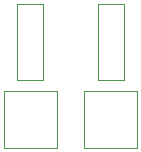
<source format=gbr>
G04 #@! TF.FileFunction,Other,User*
%FSLAX46Y46*%
G04 Gerber Fmt 4.6, Leading zero omitted, Abs format (unit mm)*
G04 Created by KiCad (PCBNEW 4.0.7-e2-6376~61~ubuntu18.04.1) date Mon Dec  9 13:49:04 2019*
%MOMM*%
%LPD*%
G01*
G04 APERTURE LIST*
%ADD10C,0.100000*%
%ADD11C,0.050000*%
G04 APERTURE END LIST*
D10*
D11*
X106208000Y-76283200D02*
X110708000Y-76283200D01*
X110708000Y-76283200D02*
X110708000Y-71433200D01*
X110708000Y-71433200D02*
X106208000Y-71433200D01*
X106208000Y-71433200D02*
X106208000Y-76283200D01*
X99400800Y-76283200D02*
X103900800Y-76283200D01*
X103900800Y-76283200D02*
X103900800Y-71433200D01*
X103900800Y-71433200D02*
X99400800Y-71433200D01*
X99400800Y-71433200D02*
X99400800Y-76283200D01*
X107348000Y-70560000D02*
X107348000Y-64060000D01*
X107348000Y-70560000D02*
X109558000Y-70560000D01*
X109558000Y-64060000D02*
X107348000Y-64060000D01*
X109558000Y-64060000D02*
X109558000Y-70560000D01*
X100540800Y-70560000D02*
X100540800Y-64060000D01*
X100540800Y-70560000D02*
X102750800Y-70560000D01*
X102750800Y-64060000D02*
X100540800Y-64060000D01*
X102750800Y-64060000D02*
X102750800Y-70560000D01*
M02*

</source>
